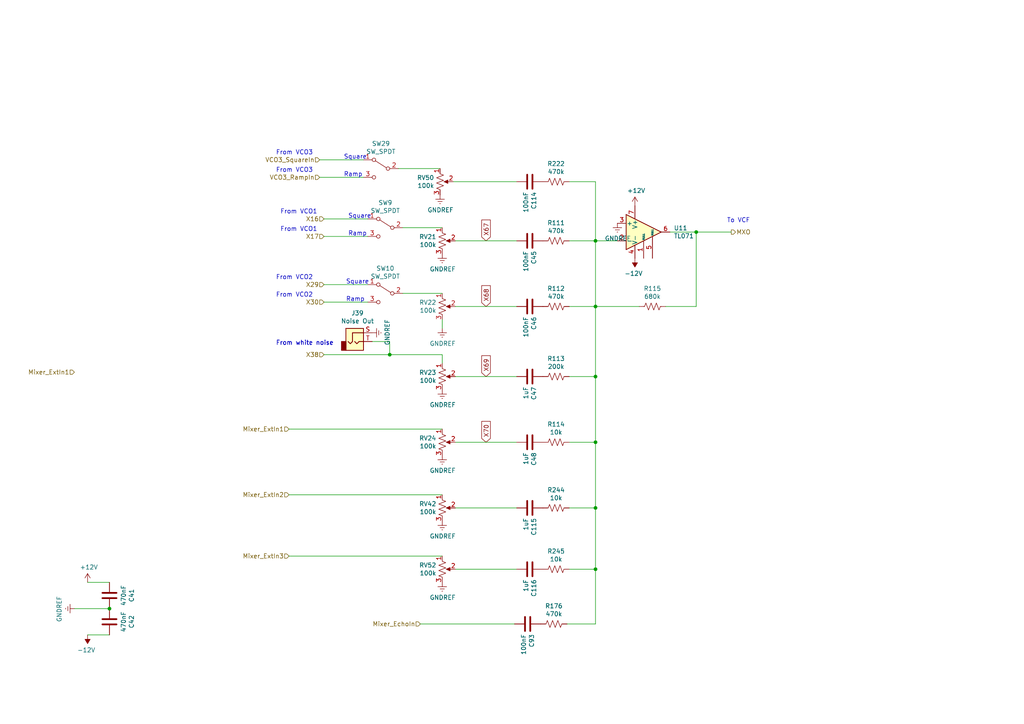
<source format=kicad_sch>
(kicad_sch (version 20230121) (generator eeschema)
  (paper "A4")
  (lib_symbols
    (symbol "Amplifier_Operational:TL071" (pin_names (offset 0.127))
      (property "Reference" "U" (at 0 6.35 0))
      (property "Value" "TL071" (at 0 3.81 0))
      (symbol "TL071_0_1"
        (polyline (pts (xy -5.08 5.08) (xy 5.08 0) (xy -5.08 -5.08) (xy -5.08 5.08)) (stroke (width 0.254)) (fill (type background)))
      )
      (symbol "TL071_1_1"
        (pin input line (at 0 -7.62 90) (length 5.08) (name "NULL") (number "1"))
        (pin input line (at -7.62 -2.54 0) (length 2.54) (name "-") (number "2"))
        (pin input line (at -7.62 2.54 0) (length 2.54) (name "+") (number "3"))
        (pin power_in line (at -2.54 -7.62 90) (length 3.81) (name "V-") (number "4"))
        (pin input line (at 2.54 -7.62 90) (length 6.35) (name "NULL") (number "5"))
        (pin output line (at 7.62 0 180) (length 2.54) (name "~") (number "6"))
        (pin power_in line (at -2.54 7.62 270) (length 3.81) (name "V+") (number "7"))
        (pin no_connect line (at 0 2.54 270) (length 2.54) hide (name "NC") (number "8"))
      )
    )
    (symbol "Device:C" (pin_numbers hide) (pin_names (offset 0.254))
      (property "Reference" "C" (at 0.635 2.54 0))
      (property "Value" "C" (at 0.635 -2.54 0))
      (symbol "C_0_1"
        (polyline (pts (xy -2.032 -0.762) (xy 2.032 -0.762)) (stroke (width 0.508)))
        (polyline (pts (xy -2.032 0.762) (xy 2.032 0.762)) (stroke (width 0.508)))
      )
      (symbol "C_1_1"
        (pin passive line (at 0 3.81 270) (length 2.794) (name "~") (number "1"))
        (pin passive line (at 0 -3.81 90) (length 2.794) (name "~") (number "2"))
      )
    )
    (symbol "Device:R_US" (pin_numbers hide) (pin_names (offset 0))
      (property "Reference" "R" (at 2.54 0 90))
      (property "Value" "R_US" (at -2.54 0 90))
      (symbol "R_US_0_1"
        (polyline (pts (xy 0 -2.286) (xy 0 -2.54)))
        (polyline (pts (xy 0 2.286) (xy 0 2.54)))
        (polyline (pts (xy 0 -0.762) (xy 1.016 -1.143) (xy 0 -1.524) (xy -1.016 -1.905) (xy 0 -2.286)))
        (polyline (pts (xy 0 0.762) (xy 1.016 0.381) (xy 0 0) (xy -1.016 -0.381) (xy 0 -0.762)))
        (polyline (pts (xy 0 2.286) (xy 1.016 1.905) (xy 0 1.524) (xy -1.016 1.143) (xy 0 0.762)))
      )
      (symbol "R_US_1_1"
        (pin passive line (at 0 3.81 270) (length 1.27) (name "~") (number "1"))
        (pin passive line (at 0 -3.81 90) (length 1.27) (name "~") (number "2"))
      )
    )
    (symbol "Switch:SW_SPDT" (pin_names (offset 0) hide)
      (property "Reference" "SW" (at 0 4.318 0))
      (property "Value" "SW_SPDT" (at 0 -5.08 0))
      (symbol "SW_SPDT_0_0"
        (circle (center -2.032 0) (radius 0.508))
        (circle (center 2.032 -2.54) (radius 0.508))
      )
      (symbol "SW_SPDT_0_1"
        (polyline (pts (xy -1.524 0.254) (xy 1.651 2.286)))
        (circle (center 2.032 2.54) (radius 0.508))
      )
      (symbol "SW_SPDT_1_1"
        (pin passive line (at 5.08 2.54 180) (length 2.54) (name "A") (number "1"))
        (pin passive line (at -5.08 0 0) (length 2.54) (name "B") (number "2"))
        (pin passive line (at 5.08 -2.54 180) (length 2.54) (name "C") (number "3"))
      )
    )
    (symbol "SynthProj-rescue:AudioJack2-Connector"
      (property "Reference" "J" (at 0 8.89 0))
      (property "Value" "Connector_AudioJack2" (at 0 6.35 0))
      (symbol "AudioJack2-Connector_0_1"
        (rectangle (start -3.81 0) (end -2.54 -2.54) (stroke (width 0.254)) (fill (type outline)))
        (rectangle (start -2.54 3.81) (end 2.54 -2.54) (stroke (width 0.254)) (fill (type background)))
        (polyline (pts (xy 0 0) (xy 0.635 -0.635) (xy 1.27 0) (xy 2.54 0)) (stroke (width 0.254)))
        (polyline (pts (xy 2.54 2.54) (xy -0.635 2.54) (xy -0.635 0) (xy -1.27 -0.635) (xy -1.905 0)) (stroke (width 0.254)))
      )
      (symbol "AudioJack2-Connector_1_1"
        (pin passive line (at 5.08 2.54 180) (length 2.54) (name "~") (number "S"))
        (pin passive line (at 5.08 0 180) (length 2.54) (name "~") (number "T"))
      )
    )
    (symbol "SynthProj-rescue:R_POT_US-Device" (pin_names (offset 1.016) hide)
      (property "Reference" "RV" (at -4.445 0 90))
      (property "Value" "Device_R_POT_US" (at -2.54 0 90))
      (symbol "R_POT_US-Device_0_1"
        (polyline (pts (xy 0 -2.286) (xy 0 -2.54)))
        (polyline (pts (xy 0 2.54) (xy 0 2.286)))
        (polyline (pts (xy 2.54 0) (xy 1.524 0)))
        (polyline (pts (xy 1.143 0) (xy 2.286 0.508) (xy 2.286 -0.508) (xy 1.143 0)) (fill (type outline)))
        (polyline (pts (xy 0 -0.762) (xy 1.016 -1.143) (xy 0 -1.524) (xy -1.016 -1.905) (xy 0 -2.286)))
        (polyline (pts (xy 0 0.762) (xy 1.016 0.381) (xy 0 0) (xy -1.016 -0.381) (xy 0 -0.762)))
        (polyline (pts (xy 0 2.286) (xy 1.016 1.905) (xy 0 1.524) (xy -1.016 1.143) (xy 0 0.762)))
      )
      (symbol "R_POT_US-Device_1_1"
        (pin passive line (at 0 3.81 270) (length 1.27) (name "1") (number "1"))
        (pin passive line (at 3.81 0 180) (length 1.27) (name "2") (number "2"))
        (pin passive line (at 0 -3.81 90) (length 1.27) (name "3") (number "3"))
      )
    )
    (symbol "power:+12V" (power) (pin_names (offset 0))
      (property "Value" "+12V" (at 0 3.556 0))
      (symbol "+12V_0_1"
        (polyline (pts (xy -0.762 1.27) (xy 0 2.54)))
        (polyline (pts (xy 0 0) (xy 0 2.54)))
        (polyline (pts (xy 0 2.54) (xy 0.762 1.27)))
      )
      (symbol "+12V_1_1"
        (pin power_in line (at 0 0 90) (length 0) hide (name "+12V") (number "1"))
      )
    )
    (symbol "power:-12V" (power) (pin_names (offset 0))
      (property "Value" "-12V" (at 0 3.81 0))
      (symbol "-12V_0_0"
        (pin power_in line (at 0 0 90) (length 0) hide (name "-12V") (number "1"))
      )
      (symbol "-12V_0_1"
        (polyline (pts (xy 0 0) (xy 0 1.27) (xy 0.762 1.27) (xy 0 2.54) (xy -0.762 1.27) (xy 0 1.27)) (fill (type outline)))
      )
    )
    (symbol "power:GNDREF" (power) (pin_names (offset 0))
      (property "Value" "GNDREF" (at 0 -3.81 0))
      (symbol "GNDREF_0_1"
        (polyline (pts (xy -0.635 -1.905) (xy 0.635 -1.905)))
        (polyline (pts (xy -0.127 -2.54) (xy 0.127 -2.54)))
        (polyline (pts (xy 0 -1.27) (xy 0 0)))
        (polyline (pts (xy 1.27 -1.27) (xy -1.27 -1.27)))
      )
      (symbol "GNDREF_1_1"
        (pin power_in line (at 0 0 270) (length 0) hide (name "GNDREF") (number "1"))
      )
    )
  )
  (junction (at 172.72 69.85))
  (junction (at 172.72 88.9))
  (junction (at 201.93 67.31))
  (junction (at 172.72 128.27))
  (junction (at 172.72 165.1))
  (junction (at 31.75 176.53))
  (junction (at 172.72 109.22))
  (junction (at 172.72 147.32))
  (junction (at 113.03 102.87))
  (wire (pts (xy 201.93 67.31) (xy 212.09 67.31)))
  (wire (pts (xy 113.03 99.06) (xy 113.03 102.87)))
  (wire (pts (xy 132.08 147.32) (xy 149.86 147.32)))
  (wire (pts (xy 165.1 88.9) (xy 172.72 88.9)))
  (wire (pts (xy 165.1 128.27) (xy 172.72 128.27)))
  (wire (pts (xy 83.82 143.51) (xy 128.27 143.51)))
  (wire (pts (xy 116.84 85.09) (xy 128.27 85.09)))
  (wire (pts (xy 132.08 128.27) (xy 149.86 128.27)))
  (wire (pts (xy 105.41 51.435) (xy 92.71 51.435)))
  (wire (pts (xy 172.72 180.975) (xy 172.72 165.1)))
  (wire (pts (xy 106.68 82.55) (xy 93.98 82.55)))
  (wire (pts (xy 93.98 102.87) (xy 113.03 102.87)))
  (wire (pts (xy 128.27 95.25) (xy 128.27 92.71)))
  (wire (pts (xy 165.1 147.32) (xy 172.72 147.32)))
  (wire (pts (xy 172.72 165.1) (xy 172.72 147.32)))
  (wire (pts (xy 25.4 184.15) (xy 31.75 184.15)))
  (wire (pts (xy 106.68 68.58) (xy 93.98 68.58)))
  (wire (pts (xy 132.08 165.1) (xy 149.86 165.1)))
  (wire (pts (xy 165.1 109.22) (xy 172.72 109.22)))
  (wire (pts (xy 164.465 180.975) (xy 172.72 180.975)))
  (wire (pts (xy 106.68 63.5) (xy 93.98 63.5)))
  (wire (pts (xy 113.03 102.87) (xy 128.27 102.87)))
  (wire (pts (xy 172.72 52.705) (xy 172.72 69.85)))
  (wire (pts (xy 25.4 168.91) (xy 31.75 168.91)))
  (wire (pts (xy 107.95 99.06) (xy 113.03 99.06)))
  (wire (pts (xy 132.08 88.9) (xy 149.86 88.9)))
  (wire (pts (xy 172.72 128.27) (xy 172.72 109.22)))
  (wire (pts (xy 185.42 88.9) (xy 172.72 88.9)))
  (wire (pts (xy 21.59 176.53) (xy 31.75 176.53)))
  (wire (pts (xy 128.27 102.87) (xy 128.27 105.41)))
  (wire (pts (xy 121.92 180.975) (xy 149.225 180.975)))
  (wire (pts (xy 172.72 69.85) (xy 179.07 69.85)))
  (wire (pts (xy 116.84 66.04) (xy 128.27 66.04)))
  (wire (pts (xy 83.82 124.46) (xy 128.27 124.46)))
  (wire (pts (xy 105.41 46.355) (xy 92.71 46.355)))
  (wire (pts (xy 132.08 69.85) (xy 149.86 69.85)))
  (wire (pts (xy 165.1 69.85) (xy 172.72 69.85)))
  (wire (pts (xy 193.04 88.9) (xy 201.93 88.9)))
  (wire (pts (xy 201.93 67.31) (xy 194.31 67.31)))
  (wire (pts (xy 106.68 87.63) (xy 93.98 87.63)))
  (wire (pts (xy 131.445 52.705) (xy 149.86 52.705)))
  (wire (pts (xy 165.1 165.1) (xy 172.72 165.1)))
  (wire (pts (xy 115.57 48.895) (xy 127.635 48.895)))
  (wire (pts (xy 201.93 88.9) (xy 201.93 67.31)))
  (wire (pts (xy 172.72 109.22) (xy 172.72 88.9)))
  (wire (pts (xy 172.72 147.32) (xy 172.72 128.27)))
  (wire (pts (xy 165.1 52.705) (xy 172.72 52.705)))
  (wire (pts (xy 132.08 109.22) (xy 149.86 109.22)))
  (wire (pts (xy 172.72 88.9) (xy 172.72 69.85)))
  (wire (pts (xy 83.82 161.29) (xy 128.27 161.29)))
  (text "Ramp" (at 100.33 87.63 0) (effects (font (size 1.27 1.27)) (justify left bottom)))
  (text "To VCF" (at 210.82 64.77 0) (effects (font (size 1.27 1.27)) (justify left bottom)))
  (text "From VCO1" (at 81.28 62.23 0) (effects (font (size 1.27 1.27)) (justify left bottom)))
  (text "From VCO3" (at 80.01 50.165 0) (effects (font (size 1.27 1.27)) (justify left bottom)))
  (text "Ramp" (at 99.695 51.435 0) (effects (font (size 1.27 1.27)) (justify left bottom)))
  (text "Square" (at 99.695 46.355 0) (effects (font (size 1.27 1.27)) (justify left bottom)))
  (text "Ramp" (at 100.965 68.58 0) (effects (font (size 1.27 1.27)) (justify left bottom)))
  (text "From VCO3" (at 80.01 45.085 0) (effects (font (size 1.27 1.27)) (justify left bottom)))
  (text "Square" (at 100.33 82.55 0) (effects (font (size 1.27 1.27)) (justify left bottom)))
  (text "Square" (at 100.965 63.5 0) (effects (font (size 1.27 1.27)) (justify left bottom)))
  (text "From VCO2" (at 80.01 86.36 0) (effects (font (size 1.27 1.27)) (justify left bottom)))
  (text "From white noise" (at 80.01 100.33 0) (effects (font (size 1.27 1.27)) (justify left bottom)))
  (text "From VCO1" (at 81.28 67.31 0) (effects (font (size 1.27 1.27)) (justify left bottom)))
  (text "From VCO2" (at 80.01 81.28 0) (effects (font (size 1.27 1.27)) (justify left bottom)))
  (text "From white noise" (at 80.01 100.33 0) (effects (font (size 1.27 1.27)) (justify left bottom)))
  (global_label "X70" (shape input) (at 140.97 128.27 90) (property "Intersheetrefs" "${INTERSHEET_REFS}" (effects hide)))
  (global_label "X69" (shape input) (at 140.97 109.22 90) (property "Intersheetrefs" "${INTERSHEET_REFS}" (effects hide)))
  (global_label "X68" (shape input) (at 140.97 88.9 90) (property "Intersheetrefs" "${INTERSHEET_REFS}" (effects hide)))
  (global_label "X67" (shape input) (at 140.97 69.85 90) (property "Intersheetrefs" "${INTERSHEET_REFS}" (effects hide)))
  (hierarchical_label "Mixer_EchoIn" (shape input) (at 121.92 180.975 180))
  (hierarchical_label "Mixer_ExtIn3" (shape input) (at 83.82 161.29 180))
  (hierarchical_label "X38" (shape input) (at 93.98 102.87 180))
  (hierarchical_label "X30" (shape input) (at 93.98 87.63 180))
  (hierarchical_label "Mixer_ExtIn1" (shape input) (at 83.82 124.46 180))
  (hierarchical_label "X17" (shape input) (at 93.98 68.58 180))
  (hierarchical_label "MXO" (shape output) (at 212.09 67.31 0))
  (hierarchical_label "Mixer_ExtIn2" (shape input) (at 83.82 143.51 180))
  (hierarchical_label "VCO3_SquareIn" (shape input) (at 92.71 46.355 180))
  (hierarchical_label "VCO3_RampIn" (shape input) (at 92.71 51.435 180))
  (hierarchical_label "Mixer_ExtIn1" (shape input) (at 21.59 107.95 180))
  (hierarchical_label "X16" (shape input) (at 93.98 63.5 180))
  (hierarchical_label "X29" (shape input) (at 93.98 82.55 180))
  (symbol (lib_id "Switch:SW_SPDT") (at 111.76 66.04 0) (mirror y) (unit 1)
    (property "Reference" "SW9" (at 111.76 58.801 0))
    (property "Value" "SW_SPDT" (at 111.76 61.1124 0))
    (property "Footprint" "SynthProjConnectors:SMTS-102" (effects hide))
  )
  (symbol (lib_id "Amplifier_Operational:TL071") (at 186.69 67.31 0) (unit 1)
    (property "Reference" "U11" (at 195.4276 66.1416 0) (effects (justify left)))
    (property "Value" "TL071" (at 195.4276 68.453 0) (effects (justify left)))
    (property "Footprint" "Package_SO:SO-8_3.9x4.9mm_P1.27mm" (effects hide))
    (property "Datasheet" "http://www.ti.com/lit/ds/symlink/tl071.pdf" (effects hide))
  )
  (symbol (lib_id "power:GNDREF") (at 179.07 64.77 0) (unit 1)
    (property "Reference" "#PWR0149" (effects hide))
    (property "Value" "GNDREF" (at 179.197 69.1642 0))
  )
  (symbol (lib_id "SynthProj-rescue:R_POT_US-Device") (at 128.27 69.85 0) (unit 1)
    (property "Reference" "RV21" (at 126.5682 68.6816 0) (effects (justify right)))
    (property "Value" "100k" (at 126.5682 70.993 0) (effects (justify right)))
    (property "Footprint" "Potentiometer_THT:Potentiometer_Alps_RK09K_Single_Vertical" (effects hide))
    (instances (project "SynthProj" (path "" (reference "RV21") (unit 1)) (path "" (reference "RV?") (unit 1)) (path "" (reference "RV?") (unit 1))))
  )
  (symbol (lib_id "power:GNDREF") (at 128.27 73.66 0) (unit 1)
    (property "Reference" "#PWR0145" (effects hide))
    (property "Value" "GNDREF" (at 128.397 78.0542 0))
  )
  (symbol (lib_id "Device:C") (at 153.67 69.85 270) (unit 1)
    (property "Reference" "C45" (at 154.8384 72.771 0) (effects (justify left)))
    (property "Value" "100nF" (at 152.527 72.771 0) (effects (justify left)))
    (property "Footprint" "Capacitor_SMD:C_0603_1608Metric" (effects hide))
    (instances (project "SynthProj" (path "" (reference "C45") (unit 1)) (path "" (reference "C?") (unit 1))))
  )
  (symbol (lib_id "Device:R_US") (at 161.29 69.85 270) (unit 1)
    (property "Reference" "R111" (at 161.29 64.643 90))
    (property "Value" "470k" (at 161.29 66.9544 90))
    (property "Footprint" "Resistor_SMD:R_0603_1608Metric" (effects hide))
    (instances (project "SynthProj" (path "" (reference "R111") (unit 1)) (path "" (reference "R?") (unit 1))))
  )
  (symbol (lib_id "Device:C") (at 153.67 88.9 270) (unit 1)
    (property "Reference" "C46" (at 154.8384 91.821 0) (effects (justify left)))
    (property "Value" "100nF" (at 152.527 91.821 0) (effects (justify left)))
    (property "Footprint" "Capacitor_SMD:C_0603_1608Metric" (effects hide))
    (instances (project "SynthProj" (path "" (reference "C46") (unit 1)) (path "" (reference "C?") (unit 1))))
  )
  (symbol (lib_id "Device:R_US") (at 161.29 88.9 270) (unit 1)
    (property "Reference" "R112" (at 161.29 83.693 90))
    (property "Value" "470k" (at 161.29 86.0044 90))
    (property "Footprint" "Resistor_SMD:R_0603_1608Metric" (effects hide))
    (instances (project "SynthProj" (path "" (reference "R112") (unit 1)) (path "" (reference "R?") (unit 1))))
  )
  (symbol (lib_id "Device:C") (at 153.67 109.22 270) (unit 1)
    (property "Reference" "C47" (at 154.8384 112.141 0) (effects (justify left)))
    (property "Value" "1uF" (at 152.527 112.141 0) (effects (justify left)))
    (property "Footprint" "Capacitor_SMD:C_0805_2012Metric" (effects hide))
    (instances (project "SynthProj" (path "" (reference "C47") (unit 1)) (path "" (reference "C?") (unit 1))))
  )
  (symbol (lib_id "Device:R_US") (at 161.29 109.22 270) (unit 1)
    (property "Reference" "R113" (at 161.29 104.013 90))
    (property "Value" "200k" (at 161.29 106.3244 90))
    (property "Footprint" "Resistor_SMD:R_0603_1608Metric" (effects hide))
    (instances (project "SynthProj" (path "" (reference "R113") (unit 1)) (path "" (reference "R?") (unit 1))))
  )
  (symbol (lib_id "Device:C") (at 153.67 128.27 270) (unit 1)
    (property "Reference" "C48" (at 154.8384 131.191 0) (effects (justify left)))
    (property "Value" "1uF" (at 152.527 131.191 0) (effects (justify left)))
    (property "Footprint" "Capacitor_SMD:C_0805_2012Metric" (effects hide))
    (instances (project "SynthProj" (path "" (reference "C48") (unit 1)) (path "" (reference "C?") (unit 1))))
  )
  (symbol (lib_id "Device:R_US") (at 161.29 128.27 270) (unit 1)
    (property "Reference" "R114" (at 161.29 123.063 90))
    (property "Value" "10k" (at 161.29 125.3744 90))
    (property "Footprint" "Resistor_SMD:R_0603_1608Metric" (effects hide))
    (instances (project "SynthProj" (path "" (reference "R114") (unit 1)) (path "" (reference "R?") (unit 1))))
  )
  (symbol (lib_id "Switch:SW_SPDT") (at 111.76 85.09 0) (mirror y) (unit 1)
    (property "Reference" "SW10" (at 111.76 77.851 0))
    (property "Value" "SW_SPDT" (at 111.76 80.1624 0))
    (property "Footprint" "SynthProjConnectors:SMTS-102" (effects hide))
  )
  (symbol (lib_id "SynthProj-rescue:R_POT_US-Device") (at 128.27 88.9 0) (unit 1)
    (property "Reference" "RV22" (at 126.5682 87.7316 0) (effects (justify right)))
    (property "Value" "100k" (at 126.5682 90.043 0) (effects (justify right)))
    (property "Footprint" "Potentiometer_THT:Potentiometer_Alps_RK09K_Single_Vertical" (effects hide))
    (instances (project "SynthProj" (path "" (reference "RV22") (unit 1)) (path "" (reference "RV?") (unit 1)) (path "" (reference "RV?") (unit 1))))
  )
  (symbol (lib_id "power:GNDREF") (at 128.27 95.25 0) (unit 1)
    (property "Reference" "#PWR0146" (effects hide))
    (property "Value" "GNDREF" (at 128.397 99.6442 0))
  )
  (symbol (lib_id "SynthProj-rescue:R_POT_US-Device") (at 128.27 109.22 0) (unit 1)
    (property "Reference" "RV23" (at 126.5682 108.0516 0) (effects (justify right)))
    (property "Value" "100k" (at 126.5682 110.363 0) (effects (justify right)))
    (property "Footprint" "Potentiometer_THT:Potentiometer_Alps_RK09K_Single_Vertical" (effects hide))
    (instances (project "SynthProj" (path "" (reference "RV23") (unit 1)) (path "" (reference "RV?") (unit 1)) (path "" (reference "RV?") (unit 1))))
  )
  (symbol (lib_id "power:GNDREF") (at 128.27 113.03 0) (unit 1)
    (property "Reference" "#PWR0147" (effects hide))
    (property "Value" "GNDREF" (at 128.397 117.4242 0))
  )
  (symbol (lib_id "SynthProj-rescue:R_POT_US-Device") (at 128.27 128.27 0) (unit 1)
    (property "Reference" "RV24" (at 126.5682 127.1016 0) (effects (justify right)))
    (property "Value" "100k" (at 126.5682 129.413 0) (effects (justify right)))
    (property "Footprint" "Potentiometer_THT:Potentiometer_Alps_RK09K_Single_Vertical" (effects hide))
    (instances (project "SynthProj" (path "" (reference "RV24") (unit 1)) (path "" (reference "RV?") (unit 1)) (path "" (reference "RV?") (unit 1))))
  )
  (symbol (lib_id "power:GNDREF") (at 128.27 132.08 0) (unit 1)
    (property "Reference" "#PWR0148" (effects hide))
    (property "Value" "GNDREF" (at 128.397 136.4742 0))
  )
  (symbol (lib_id "Device:R_US") (at 189.23 88.9 270) (unit 1)
    (property "Reference" "R115" (at 189.23 83.693 90))
    (property "Value" "680k" (at 189.23 86.0044 90))
    (property "Footprint" "Resistor_SMD:R_0603_1608Metric" (effects hide))
    (instances (project "SynthProj" (path "" (reference "R115") (unit 1)) (path "" (reference "R?") (unit 1))))
  )
  (symbol (lib_id "power:+12V") (at 184.15 59.69 0) (unit 1)
    (property "Reference" "#PWR0150" (effects hide))
    (property "Value" "+12V" (at 184.531 55.2958 0))
  )
  (symbol (lib_id "power:-12V") (at 184.15 74.93 180) (unit 1)
    (property "Reference" "#PWR0151" (effects hide))
    (property "Value" "-12V" (at 183.769 79.3242 0))
  )
  (symbol (lib_id "SynthProj-rescue:AudioJack2-Connector") (at 102.87 99.06 0) (unit 1)
    (property "Reference" "J39" (at 103.6828 90.805 0))
    (property "Value" "Noise Out" (at 103.6828 93.1164 0))
    (property "Footprint" "SynthProjConnectors:PJ-301-BM" (effects hide))
    (instances (project "SynthProj" (path "" (reference "J39") (unit 1)) (path "" (reference "J?") (unit 1)) (path "" (reference "J?") (unit 1))))
  )
  (symbol (lib_id "power:GNDREF") (at 107.95 96.52 90) (unit 1)
    (property "Reference" "#PWR0144" (effects hide))
    (property "Value" "GNDREF" (at 112.3442 96.393 0))
    (instances (project "SynthProj" (path "" (reference "#PWR0144") (unit 1)) (path "" (reference "#PWR?") (unit 1))))
  )
  (symbol (lib_id "power:+12V") (at 25.4 168.91 0) (unit 1)
    (property "Reference" "#PWR0142" (effects hide))
    (property "Value" "+12V" (at 25.781 164.5158 0))
  )
  (symbol (lib_id "power:-12V") (at 25.4 184.15 180) (unit 1)
    (property "Reference" "#PWR0143" (effects hide))
    (property "Value" "-12V" (at 25.019 188.5442 0))
  )
  (symbol (lib_id "power:GNDREF") (at 21.59 176.53 270) (unit 1)
    (property "Reference" "#PWR0141" (effects hide))
    (property "Value" "GNDREF" (at 17.1958 176.657 0))
  )
  (symbol (lib_id "Device:C") (at 31.75 172.72 180) (unit 1)
    (property "Reference" "C41" (at 38.1508 172.72 90))
    (property "Value" "470nF" (at 35.8394 172.72 90))
    (property "Footprint" "Capacitor_SMD:C_0805_2012Metric" (effects hide))
  )
  (symbol (lib_id "Device:C") (at 31.75 180.34 180) (unit 1)
    (property "Reference" "C42" (at 38.1508 180.34 90))
    (property "Value" "470nF" (at 35.8394 180.34 90))
    (property "Footprint" "Capacitor_SMD:C_0805_2012Metric" (effects hide))
  )
  (symbol (lib_id "Switch:SW_SPDT") (at 110.49 48.895 0) (mirror y) (unit 1)
    (property "Reference" "SW29" (at 110.49 41.656 0))
    (property "Value" "SW_SPDT" (at 110.49 43.9674 0))
    (property "Footprint" "SynthProjConnectors:SMTS-102" (effects hide))
  )
  (symbol (lib_id "Device:R_US") (at 161.29 165.1 270) (unit 1)
    (property "Reference" "R245" (at 161.29 159.893 90))
    (property "Value" "10k" (at 161.29 162.2044 90))
    (property "Footprint" "Resistor_SMD:R_0603_1608Metric" (effects hide))
    (instances (project "SynthProj" (path "" (reference "R245") (unit 1)) (path "" (reference "R?") (unit 1))))
  )
  (symbol (lib_id "power:GNDREF") (at 128.27 151.13 0) (unit 1)
    (property "Reference" "#PWR0283" (effects hide))
    (property "Value" "GNDREF" (at 128.397 155.5242 0))
  )
  (symbol (lib_id "Device:C") (at 153.67 52.705 270) (unit 1)
    (property "Reference" "C114" (at 154.8384 55.626 0) (effects (justify left)))
    (property "Value" "100nF" (at 152.527 55.626 0) (effects (justify left)))
    (property "Footprint" "Capacitor_SMD:C_0603_1608Metric" (effects hide))
    (instances (project "SynthProj" (path "" (reference "C114") (unit 1)) (path "" (reference "C?") (unit 1))))
  )
  (symbol (lib_id "power:GNDREF") (at 128.27 168.91 0) (unit 1)
    (property "Reference" "#PWR0310" (effects hide))
    (property "Value" "GNDREF" (at 128.397 173.3042 0))
  )
  (symbol (lib_id "SynthProj-rescue:R_POT_US-Device") (at 127.635 52.705 0) (unit 1)
    (property "Reference" "RV50" (at 125.9332 51.5366 0) (effects (justify right)))
    (property "Value" "100k" (at 125.9332 53.848 0) (effects (justify right)))
    (property "Footprint" "Potentiometer_THT:Potentiometer_Alps_RK09K_Single_Vertical" (effects hide))
    (instances (project "SynthProj" (path "" (reference "RV50") (unit 1)) (path "" (reference "RV?") (unit 1)) (path "" (reference "RV?") (unit 1))))
  )
  (symbol (lib_id "Device:C") (at 153.035 180.975 270) (unit 1)
    (property "Reference" "C93" (at 154.2034 183.896 0) (effects (justify left)))
    (property "Value" "100nF" (at 151.892 183.896 0) (effects (justify left)))
    (property "Footprint" "Capacitor_SMD:C_0603_1608Metric" (effects hide))
    (instances (project "SynthProj" (path "" (reference "C93") (unit 1)) (path "" (reference "C?") (unit 1))))
  )
  (symbol (lib_id "Device:R_US") (at 160.655 180.975 270) (unit 1)
    (property "Reference" "R176" (at 160.655 175.768 90))
    (property "Value" "470k" (at 160.655 178.0794 90))
    (property "Footprint" "Resistor_SMD:R_0603_1608Metric" (effects hide))
    (instances (project "SynthProj" (path "" (reference "R176") (unit 1)) (path "" (reference "R?") (unit 1))))
  )
  (symbol (lib_id "Device:C") (at 153.67 147.32 270) (unit 1)
    (property "Reference" "C115" (at 154.8384 150.241 0) (effects (justify left)))
    (property "Value" "1uF" (at 152.527 150.241 0) (effects (justify left)))
    (property "Footprint" "Capacitor_SMD:C_0805_2012Metric" (effects hide))
    (instances (project "SynthProj" (path "" (reference "C115") (unit 1)) (path "" (reference "C?") (unit 1))))
  )
  (symbol (lib_id "Device:R_US") (at 161.29 147.32 270) (unit 1)
    (property "Reference" "R244" (at 161.29 142.113 90))
    (property "Value" "10k" (at 161.29 144.4244 90))
    (property "Footprint" "Resistor_SMD:R_0603_1608Metric" (effects hide))
    (instances (project "SynthProj" (path "" (reference "R244") (unit 1)) (path "" (reference "R?") (unit 1))))
  )
  (symbol (lib_id "SynthProj-rescue:R_POT_US-Device") (at 128.27 147.32 0) (unit 1)
    (property "Reference" "RV42" (at 126.5682 146.1516 0) (effects (justify right)))
    (property "Value" "100k" (at 126.5682 148.463 0) (effects (justify right)))
    (property "Footprint" "Potentiometer_THT:Potentiometer_Alps_RK09K_Single_Vertical" (effects hide))
    (instances (project "SynthProj" (path "" (reference "RV42") (unit 1)) (path "" (reference "RV?") (unit 1)) (path "" (reference "RV?") (unit 1))))
  )
  (symbol (lib_id "SynthProj-rescue:R_POT_US-Device") (at 128.27 165.1 0) (unit 1)
    (property "Reference" "RV52" (at 126.5682 163.9316 0) (effects (justify right)))
    (property "Value" "100k" (at 126.5682 166.243 0) (effects (justify right)))
    (property "Footprint" "Potentiometer_THT:Potentiometer_Alps_RK09K_Single_Vertical" (effects hide))
    (instances (project "SynthProj" (path "" (reference "RV52") (unit 1)) (path "" (reference "RV?") (unit 1)) (path "" (reference "RV?") (unit 1))))
  )
  (symbol (lib_id "power:GNDREF") (at 127.635 56.515 0) (unit 1)
    (property "Reference" "#PWR0255" (effects hide))
    (property "Value" "GNDREF" (at 127.762 60.9092 0))
  )
  (symbol (lib_id "Device:R_US") (at 161.29 52.705 270) (unit 1)
    (property "Reference" "R222" (at 161.29 47.498 90))
    (property "Value" "470k" (at 161.29 49.8094 90))
    (property "Footprint" "Resistor_SMD:R_0603_1608Metric" (effects hide))
    (instances (project "SynthProj" (path "" (reference "R222") (unit 1)) (path "" (reference "R?") (unit 1))))
  )
  (symbol (lib_id "Device:C") (at 153.67 165.1 270) (unit 1)
    (property "Reference" "C116" (at 154.8384 168.021 0) (effects (justify left)))
    (property "Value" "1uF" (at 152.527 168.021 0) (effects (justify left)))
    (property "Footprint" "Capacitor_SMD:C_0805_2012Metric" (effects hide))
    (instances (project "SynthProj" (path "" (reference "C116") (unit 1)) (path "" (reference "C?") (unit 1))))
  )
)
</source>
